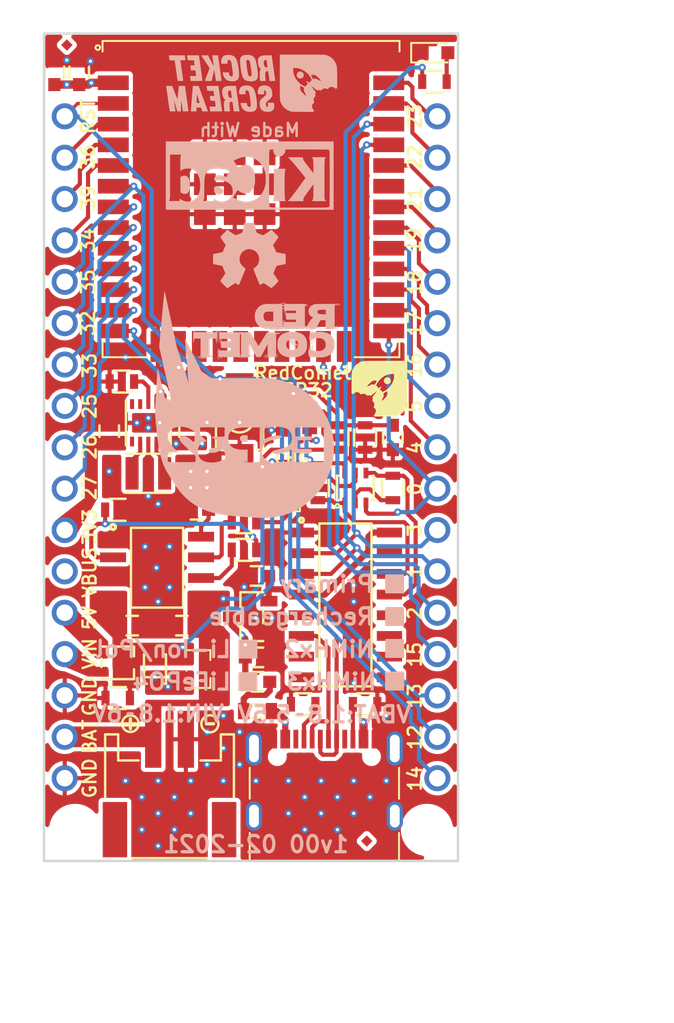
<source format=kicad_pcb>
(kicad_pcb (version 20221018) (generator pcbnew)
  (title_block (title "Red Comet ESP32") (date "2021-02-11") (rev "1.00") (company "Rocket Scream Electronics"))
  (layers (0 "F.Cu" signal) (1 "In1.Cu" power "GND") (2 "In2.Cu" power "POWER") (31 "B.Cu" signal) (34 "B.Paste" user) (35 "F.Paste" user) (36 "B.SilkS" user "B.Silkscreen") (37 "F.SilkS" user "F.Silkscreen") (38 "B.Mask" user) (39 "F.Mask" user) (44 "Edge.Cuts" user))
  (net 0 "")
  (net 1 "Net-(J1-Pad3)")
  (net 2 "Net-(J1-Pad4)")
  (net 3 "GND")
  (net 4 "3V3")
  (net 5 "VBUS")
  (net 6 "VBAT")
  (net 7 "VUSB")
  (net 8 "VIN")
  (net 9 "VEXT")
  (net 10 "/RST")
  (net 11 "Net-(F1-Pad1)")
  (net 12 "Net-(J2-PadB5)")
  (net 13 "Net-(J2-PadB8)")
  (net 14 "Net-(J2-PadA5)")
  (net 15 "Net-(J2-PadA8)")
  (net 16 "/IO1")
  (net 17 "/IO3")
  (net 18 "/IO5")
  (net 19 "/IO4")
  (net 20 "/IO0")
  (net 21 "/IO2")
  (net 22 "/IO12")
  (net 23 "/IO23")
  (net 24 "/IO22")
  (net 25 "/IO21")
  (net 26 "/IO19")
  (net 27 "/IO18")
  (net 28 "/IO17")
  (net 29 "/IO16")
  (net 30 "/IO15")
  (net 31 "/IO13")
  (net 32 "/IO14")
  (net 33 "/IO27")
  (net 34 "/IO26")
  (net 35 "/IO25")
  (net 36 "/IO33")
  (net 37 "/IO32")
  (net 38 "/IO35")
  (net 39 "/IO34")
  (net 40 "/IO39")
  (net 41 "/IO36")
  (net 42 "Net-(R2-Pad2)")
  (net 43 "/LX1")
  (net 44 "/LX2")
  (net 45 "Net-(U4-Pad15)")
  (net 46 "Net-(U4-Pad12)")
  (net 47 "Net-(U4-Pad11)")
  (net 48 "Net-(U4-Pad10)")
  (net 49 "Net-(U4-Pad9)")
  (net 50 "Net-(U4-Pad8)")
  (net 51 "Net-(U4-Pad7)")
  (net 52 "Net-(D2-Pad1)")
  (net 53 "Net-(D4-Pad2)")
  (net 54 "Net-(Q2-Pad5)")
  (net 55 "Net-(Q2-Pad2)")
  (net 56 "Net-(R6-Pad1)")
  (net 57 "Net-(U2-Pad32)")
  (net 58 "Net-(U2-Pad22)")
  (net 59 "Net-(U2-Pad21)")
  (net 60 "Net-(U2-Pad20)")
  (net 61 "Net-(U2-Pad19)")
  (net 62 "Net-(U2-Pad18)")
  (net 63 "Net-(U2-Pad17)")
  (net 64 "Net-(C9-Pad2)")
  (net 65 "Net-(R11-Pad2)")
  (net 66 "Net-(R11-Pad1)")
  (net 67 "3V3OUT")
  (net 68 "Net-(F1-Pad2)")
  (net 69 "/USB-")
  (net 70 "/USB+")
  (net 71 "/~{DTR}")
  (net 72 "/~{RTS}")
  (net 73 "Net-(M3-Pad~{})")
  (net 74 "Net-(M4-Pad~{})")
  (footprint "RocketScreamKiCadLib:SOT-1016" (layer "F.Cu") (at 104.521 87.757 -90)
    (fp_text reference "D1" hide)
    (fp_text value "PMEG3020CPA")
  )
  (footprint "RocketScreamKiCadLib:R_0603" (layer "F.Cu") (at 118 73.92 90)
    (fp_text reference "R7" hide)
    (fp_text value "1M")
  )
  (footprint "RocketScreamKiCadLib:R_0603" (layer "F.Cu") (at 116.3 72.72 90)
    (fp_text reference "R1" hide)
    (fp_text value "10K")
  )
  (footprint "RocketScreamKiCadLib:C_0603" (layer "F.Cu") (at 121.4 73.92 90)
    (fp_text reference "C7" hide)
    (fp_text value "100nF")
  )
  (footprint "RocketScreamKiCadLib:C_0603" (layer "F.Cu") (at 100.635 51.5 90)
    (fp_text reference "C3" hide)
    (fp_text value "22uF 10V X5R")
  )
  (footprint "RocketScreamKiCadLib:C_0603" (layer "F.Cu") (at 102.159 51.5 90)
    (fp_text reference "C4" hide)
    (fp_text value "100nF")
  )
  (footprint "RocketScreamKiCadLib:R_0603" (layer "F.Cu") (at 119.7 73.92 90)
    (fp_text reference "R8" hide)
    (fp_text value "1M")
  )
  (footprint "RocketScreamKiCadLib:C_0603" (layer "F.Cu") (at 108.9 73.533 90)
    (fp_text reference "C5" hide)
    (fp_text value "10uF 16V X5R")
  )
  (footprint "RocketScreamKiCadLib:DFE2520" (layer "F.Cu") (at 106.4 76.12)
    (fp_text reference "L1" hide)
    (fp_text value "DFE252012P-2R2M=P2")
  )
  (footprint "RocketScreamKiCadLib:SOT-323" (layer "F.Cu") (at 109.474 88.138 180)
    (fp_text reference "Q1" hide)
    (fp_text value "DMP2165UW-7")
  )
  (footprint "RocketScreamKiCadLib:C_0603" (layer "F.Cu") (at 104 73.533 90)
    (fp_text reference "C6" hide)
    (fp_text value "22uF 10V X5R")
  )
  (footprint "RocketScreamKiCadLib:ESP32-WROOM-32UE_ShorterPads" (layer "F.Cu") (at 112.7 59.28)
    (fp_text reference "U2" hide)
    (fp_text value "ESP32-WROOM-32UE")
  )
  (footprint "RocketScreamKiCadLib:USB-TYPE-C-16PIN-SMD" (layer "F.Cu") (at 117.2 95.9)
    (fp_text reference "J2" hide)
    (fp_text value "USB-C_16Pins")
  )
  (footprint "RocketScreamKiCadLib:LED_0603" (layer "F.Cu") (at 123.952 50.292)
    (fp_text reference "D4" hide)
    (fp_text value "Yellow")
  )
  (footprint "RocketScreamKiCadLib:C_0603" (layer "F.Cu") (at 113.1 87.42)
    (fp_text reference "C8" hide)
    (fp_text value "10uF 16V X5R")
  )
  (footprint "RocketScreamKiCadLib:MF-FSMF" (layer "F.Cu") (at 113.1 90.72 180)
    (fp_text reference "F1" hide)
    (fp_text value "MF-FSMF050X")
  )
  (footprint "RocketScreamKiCadLib:HOLE_NPTH_2.2MM" (layer "F.Cu") (at 123.495 98.015)
    (fp_text reference "M2" hide)
    (fp_text value "MOUNT_HOLE")
  )
  (footprint "RocketScreamKiCadLib:HOLE_NPTH_2.2MM" (layer "F.Cu") (at 101.905 98.015)
    (fp_text reference "M1" hide)
    (fp_text value "MOUNT_HOLE")
  )
  (footprint "RocketScreamKiCadLib:S2B-PH-SM4-TB" (layer "F.Cu") (at 107.7 95.2)
    (fp_text reference "J1" hide)
    (fp_text value "S2B-PH-SM4-TB")
  )
  (footprint "RocketScreamKiCadLib:R_0603" (layer "F.Cu") (at 104.521 89.916 180)
    (fp_text reference "R3" hide)
    (fp_text value "10K")
  )
  (footprint "RocketScreamKiCadLib:C_0603" (layer "F.Cu") (at 108.458 85.471 180)
    (fp_text reference "C2" hide)
    (fp_text value "10uF 16V X5R")
  )
  (footprint "RocketScreamKiCadLib:R_0603" (layer "F.Cu") (at 115.9 90.3 180)
    (fp_text reference "R4" hide)
    (fp_text value "5K1")
  )
  (footprint "RocketScreamKiCadLib:R_0603" (layer "F.Cu") (at 119.7 90.3)
    (fp_text reference "R5" hide)
    (fp_text value "5K1")
  )
  (footprint "RocketScreamKiCadLib:WSON-10" (layer "F.Cu") (at 106.4 73.02 -90)
    (fp_text reference "U3" hide)
    (fp_text value "TPS63900DSKR")
  )
  (footprint "RocketScreamKiCadLib:SOP-16_150mil" (layer "F.Cu") (at 118.491 84.2)
    (fp_text reference "U4" hide)
    (fp_text value "CH340C")
  )
  (footprint "RocketScreamKiCadLib:R_0603" (layer "F.Cu") (at 104.775 70.485 180)
    (fp_text reference "R6" hide)
    (fp_text value "36K5")
  )
  (footprint "RocketScreamKiCadLib:SOT-363_ON_Semi" (layer "F.Cu") (at 119.1 77.02 90)
    (fp_text reference "Q2" hide)
    (fp_text value "MBT3904DW1T1")
  )
  (footprint "RocketScreamKiCadLib:TS-107A" (layer "F.Cu") (at 112 72.72 90)
    (fp_text reference "SW1" hide)
    (fp_text value "SPNO")
  )
  (footprint "RocketScreamKiCadLib:C_0603" (layer "F.Cu") (at 105.41 85.471 180)
    (fp_text reference "C1" hide)
    (fp_text value "10uF 16V X5R")
  )
  (footprint "RocketScreamKiCadLib:SOD-323" (layer "F.Cu") (at 106.807 88.138 90)
    (fp_text reference "D3" hide)
    (fp_text value "B16WS")
  )
  (footprint "RocketScreamKiCadLib:R_0603" (layer "F.Cu") (at 112.268 80.82)
    (fp_text reference "R11" hide)
    (fp_text value "100K")
  )
  (footprint "RocketScreamKiCadLib:R_0603" (layer "F.Cu") (at 104.5 78.359)
    (fp_text reference "R13" hide)
    (fp_text value "10K")
  )
  (footprint "RocketScreamKiCadLib:R_0603" (layer "F.Cu") (at 111.7 77.02 -90)
    (fp_text reference "R12" hide)
    (fp_text value "510K")
  )
  (footprint "RocketScreamKiCadLib:R_0603" (layer "F.Cu") (at 113.4 77.02 -90)
    (fp_text reference "R10" hide)
    (fp_text value "365K")
  )
  (footprint "RocketScreamKiCadLib:C_0603" (layer "F.Cu") (at 109.347 78.359)
    (fp_text reference "C9" hide)
    (fp_text value "100nF")
  )
  (footprint "RocketScreamKiCadLib:R_0603" (layer "F.Cu") (at 112.268 79.12 180)
    (fp_text reference "R2" hide)
    (fp_text value "5K1")
  )
  (footprint "RocketScreamKiCadLib:LED_0603" (layer "F.Cu") (at 115.1 77.02 90)
    (fp_text reference "D2" hide)
    (fp_text value "Red")
  )
  (footprint "RocketScreamKiCadLib:R_0603" (layer "F.Cu") (at 123.952 52.07 180)
    (fp_text reference "R9" hide)
    (fp_text value "5K1")
  )
  (footprint "RocketScreamKiCadLib:SOT-23" (layer "F.Cu") (at 112.649 84.92 90)
    (fp_text reference "U5" hide)
    (fp_text value "ME6216A33XG")
  )
  (footprint "RocketScreamKiCadLib:SOIC-8-N_8S1_ThermalPad" (layer "F.Cu") (at 106.934 81.915)
    (fp_text reference "U1" hide)
    (fp_text value "CN3082")
  )
  (footprint "RocketScreamKiCadLib:C_0603" (layer "F.Cu") (at 113.03 82.42 180)
    (fp_text reference "C10" hide)
    (fp_text value "10uF 16V X5R")
  )
  (footprint "RocketScreamKiCadLib:R_0603" (layer "F.Cu") (at 121.4 77.02 -90)
    (fp_text reference "R14" hide)
    (fp_text value "10K")
  )
  (footprint "RocketScreamKiCadLib:R_0603" (layer "F.Cu") (at 116.8 77.02 90)
    (fp_text reference "R15" hide)
    (fp_text value "10K")
  )
  (footprint "RocketScreamKiCadLib:C_0603" (layer "F.Cu") (at 114.6 72.72 -90)
    (fp_text reference "C11" hide)
    (fp_text value "10uF 16V X5R")
  )
  (footprint "RocketScreamKiCadLib:I_0603" (layer "F.Cu") (at 113.1 88.92 180)
    (fp_text reference "L2" hide)
    (fp_text value "BLM18KG221SN1D")
  )
  (footprint "RocketScreamKiCadLib:FIDUCIAL-0.5MM_SQUARE" (layer "F.Cu") (at 101.4 49.82)
    (fp_text reference "M3" hide)
    (fp_text value "FIDUCIAL")
  )
  (footprint "RocketScreamKiCadLib:FIDUCIAL-0.5MM_SQUARE" (layer "F.Cu") (at 119.8 98.7)
    (fp_text reference "M4" hide)
    (fp_text value "FIDUCIAL")
  )
  (footprint "RocketScreamKiCadLib:LOGO-ROCKET-SCREAM_Without_Text_XXXXSmall" (layer "F.Cu") (at 120.574 70.92)
    (fp_text reference "LOGO4" hide)
    (fp_text value "LOGO-ROCKET-SCREAM-WITHOUT-TEXT" hide)
  )
  (footprint "RocketScreamKiCadLib:LOGO-KICAD_XSmall" (layer "B.Cu") (at 112.62 57.838 180)
    (fp_text reference "LOGO2" hide)
    (fp_text value "LOGO-KICAD" hide)
  )
  (footprint "RocketScreamKiCadLib:LOGO-ROCKET-SCREAM_Horizontal_XXSmall" (layer "B.Cu") (at 112.7 52.168 180)
    (fp_text reference "LOGO3" hide)
    (fp_text value "LOGO-ROCKET-SCREAM-HORIZONTAL" hide)
  )
  (footprint "RocketScreamKiCadLib:LOGO-OSHW_XXSmall" (layer "B.Cu") (at 112.6 62.722 180)
    (fp_text reference "LOGO1" hide)
    (fp_text value "LOGO-OSHW" hide)
  )
  (footprint "RocketScreamKiCadLib:HDR_1x17_Pitch2.54mm_WithoutSilk_SmallerPads" (layer "B.Cu") (at 101.27 74.52 -90)
    (fp_text reference "J4" hide)
    (fp_text value "CONN-HDR-1x17")
  )
  (footprint "RocketScreamKiCadLib:HDR_1x17_Pitch2.54mm_WithoutSilk_SmallerPads" (layer "B.Cu") (at 124.13 74.52 -90)
    (fp_text reference "J3" hide)
    (fp_text value "CONN-HDR-1x17")
  )
  (footprint "RocketScreamKiCadLib:LOGO-RED-COMET-ESP32_Large" (layer "B.Cu") (at 112.5 71.92 180)
    (fp_text reference "LOGO5" hide)
    (fp_text value "LOGO-RED-COMET-ESP32" hide)
  )
  (gr_poly (pts (xy 121 84.404) (xy 122.016 84.404) (xy 122.016 85.42) (xy 121 85.42)) (stroke (width 0.15)) (fill solid) (layer "B.SilkS"))
  (gr_line (start 105.156 90.883) (end 105.41 90.883) (stroke (width 0.2)) (layer "B.SilkS"))
  (gr_poly (pts (xy 112 86.404) (xy 113.016 86.404) (xy 113.016 87.42) (xy 112 87.42)) (stroke (width 0.15)) (fill solid) (layer "B.SilkS"))
  (gr_poly (pts (xy 112 88.404) (xy 113.016 88.404) (xy 113.016 89.42) (xy 112 89.42)) (stroke (width 0.15)) (fill solid) (layer "B.SilkS"))
  (gr_poly (pts (xy 121 86.366) (xy 122.016 86.366) (xy 122.016 87.382) (xy 121 87.382)) (stroke (width 0.15)) (fill solid) (layer "B.SilkS"))
  (gr_poly (pts (xy 121 88.366) (xy 122.016 88.366) (xy 122.016 89.382) (xy 121 89.382)) (stroke (width 0.15)) (fill solid) (layer "B.SilkS"))
  (gr_poly (pts (xy 121 82.404) (xy 122.016 82.404) (xy 122.016 83.42) (xy 121 83.42)) (stroke (width 0.15)) (fill solid) (layer "B.SilkS"))
  (gr_line (start 115.57 90.932) (end 115.824 90.932) (stroke (width 0.2)) (layer "B.SilkS"))
  (gr_line (start 105.3 91.192) (end 105.3 91.8) (stroke (width 0.2)) (layer "F.SilkS"))
  (gr_line (start 105.6 91.5) (end 104.992 91.5) (stroke (width 0.2)) (layer "F.SilkS"))
  (gr_line (start 109.9555 91.5) (end 110.4 91.5) (stroke (width 0.2)) (layer "F.SilkS"))
  (gr_circle (center 105.3 91.492) (end 105.3 92) (stroke (width 0.15)) (fill none) (layer "F.SilkS"))
  (gr_circle (center 110.176366 91.5) (end 110.049366 92.008) (stroke (width 0.15)) (fill none) (layer "F.SilkS"))
  (gr_line (start 125.4 99.92) (end 100 99.92) (stroke (width 0.15)) (layer "Edge.Cuts"))
  (gr_line (start 100 49.12) (end 125.4 49.12) (stroke (width 0.15)) (layer "Edge.Cuts"))
  (gr_line (start 125.4 49.12) (end 125.4 99.92) (stroke (width 0.15)) (layer "Edge.Cuts"))
  (gr_line (start 100 99.92) (end 100 49.12) (stroke (width 0.15)) (layer "Edge.Cuts"))
  (gr_text "Made With" (at 112.62 55.044) (layer "B.SilkS") (effects (font (size 0.8 0.8)) (justify mirror)))
  (gr_text "VIN:1.8" (at 108.396 90.883) (layer "B.SilkS") (effects (font (size 1 1) (thickness 0.2)) (justify mirror)))
  (gr_text "1v00 02-2021" (at 113 98.904) (layer "B.SilkS") (effects (font (size 1 1) (thickness 0.2)) (justify mirror)))
  (gr_text "Rechargeable" (at 120.342 84.92) (layer "B.SilkS") (effects (font (size 1 1) (thickness 0.2)) (justify left mirror)))
  (gr_text "Primary" (at 120.342 82.92) (layer "B.SilkS") (effects (font (size 1 1) (thickness 0.2)) (justify left mirror)))
  (gr_text "Li-Ion/Pol" (at 111.579 86.92) (layer "B.SilkS") (effects (font (size 1 1) (thickness 0.2)) (justify left mirror)))
  (gr_text "VBAT:1.8" (at 119.326 90.932) (layer "B.SilkS") (effects (font (size 1 1) (thickness 0.2)) (justify mirror)))
  (gr_text "5.5V" (at 113.538 90.932) (layer "B.SilkS") (effects (font (size 1 1) (thickness 0.2)) (justify mirror)))
  (gr_text "6V" (at 103.886 90.883) (layer "B.SilkS") (effects (font (size 1 1) (thickness 0.2)) (justify mirror)))
  (gr_text "NiMHx3" (at 120.5 88.92) (layer "B.SilkS") (effects (font (size 1 1) (thickness 0.2)) (justify left mirror)))
  (gr_text "LiFePO4" (at 111.579 88.92) (layer "B.SilkS") (effects (font (size 1 1) (thickness 0.2)) (justify left mirror)))
  (gr_text "NiMHx2" (at 120.342 86.92) (layer "B.SilkS") (effects (font (size 1 1) (thickness 0.2)) (justify left mirror)))
  (gr_text "RST" (at 102.7 54.2 90) (layer "F.SilkS") (effects (font (size 0.8 0.8))))
  (gr_text "34" (at 102.7 61.82 90) (layer "F.SilkS") (effects (font (size 0.8 0.8))))
  (gr_text "35" (at 102.7 64.36 90) (layer "F.SilkS") (effects (font (size 0.8 0.8))))
  (gr_text "32" (at 102.7 66.9 90) (layer "F.SilkS") (effects (font (size 0.8 0.8))))
  (gr_text "25" (at 102.8 72 90) (layer "F.SilkS") (effects (font (size 0.8 0.8))))
  (gr_text "33" (at 102.8 69.5 90) (layer "F.SilkS") (effects (font (size 0.8 0.8))))
  (gr_text "26" (at 102.8 74.5 90) (layer "F.SilkS") (effects (font (size 0.8 0.8))))
  (gr_text "27" (at 102.8 77 90) (layer "F.SilkS") (effects (font (size 0.8 0.8))))
  (gr_text "GND" (at 102.8 89.8 90) (layer "F.SilkS") (effects (font (size 0.8 0.8))))
  (gr_text "VIN" (at 102.8 87.2 90) (layer "F.SilkS") (effects (font (size 0.8 0.8))))
  (gr_text "VBUS" (at 102.8 82.2 90) (layer "F.SilkS") (effects (font (size 0.8 0.8))))
  (gr_text "3V3" (at 102.8 79.4 90) (layer "F.SilkS") (effects (font (size 0.8 0.8))))
  (gr_text "5V" (at 102.8 85 90) (layer "F.SilkS") (effects (font (size 0.8 0.8))))
  (gr_text "19" (at 122.7 61.8 90) (layer "F.SilkS") (effects (font (size 0.8 0.8))))
  (gr_text "22" (at 122.75 56.7 90) (layer "F.SilkS") (effects (font (size 0.8 0.8))))
  (gr_text "23" (at 122.75 54.2 90) (layer "F.SilkS") (effects (font (size 0.8 0.8))))
  (gr_text "36" (at 102.7 56.7 90) (layer "F.SilkS") (effects (font (size 0.8 0.8))))
  (gr_text "39" (at 102.7 59.2 90) (layer "F.SilkS") (effects (font (size 0.8 0.8))))
  (gr_text "BAT" (at 102.8 92.3 90) (layer "F.SilkS") (effects (font (size 0.8 0.8))))
  (gr_text "GND" (at 102.8 94.84 90) (layer "F.SilkS") (effects (font (size 0.8 0.8))))
  (gr_text "18" (at 122.75 64.4 90) (layer "F.SilkS") (effects (font (size 0.8 0.8))))
  (gr_text "21" (at 122.75 59.3 90) (layer "F.SilkS") (effects (font (size 0.8 0.8))))
  (gr_text "17" (at 122.75 66.929 90) (layer "F.SilkS") (effects (font (size 0.8 0.8))))
  (gr_text "16" (at 122.75 69.469 90) (layer "F.SilkS") (effects (font (size 0.8 0.8))))
  (gr_text "5" (at 122.75 72.009 90) (layer "F.SilkS") (effects (font (size 0.8 0.8))))
  (gr_text "4" (at 122.75 74.549 90) (layer "F.SilkS") (effects (font (size 0.8 0.8))))
  (gr_text "0" (at 122.75 77.089 90) (layer "F.SilkS") (effects (font (size 0.8 0.8))))
  (gr_text "3" (at 122.75 79.629 90) (layer "F.SilkS") (effects (font (size 0.8 0.8))))
  (gr_text "1" (at 122.75 82.169 90) (layer "F.SilkS") (effects (font (size 0.8 0.8))))
  (gr_text "2" (at 122.75 84.709 90) (layer "F.SilkS") (effects (font (size 0.8 0.8))))
  (gr_text "15" (at 122.75 87.249 90) (layer "F.SilkS") (effects (font (size 0.8 0.8))))
  (gr_text "13" (at 122.75 89.789 90) (layer "F.SilkS") (effects (font (size 0.8 0.8))))
  (gr_text "CHG" (at 115.2 75.2) (layer "F.SilkS") (effects (font (size 0.7 0.7))))
  (gr_text "RedComet" (at 115.875 69.948) (layer "F.SilkS") (effects (font (size 0.8 0.8))))
  (gr_text "12" (at 122.75 92.329 90) (layer "F.SilkS") (effects (font (size 0.8 0.8))))
  (gr_text "14\n" (at 122.75 94.869 90) (layer "F.SilkS") (effects (font (size 0.8 0.8))))
  (gr_text "ESP32" (at 115.8 71.02) (layer "F.SilkS") (effects (font (size 0.8 0.8))))
  (gr_text "RST" (at 109.9 71.5 90) (layer "F.SilkS") (effects (font (size 0.8 0.8))))
  (segment (start 101.4 50.75) (end 102.159 50.75) (width 0.508) (layer "F.Cu") (net 3))
  (segment (start 113.85 92.44) (end 114.15 92.44) (width 0.254) (layer "F.Cu") (net 3))
  (segment (start 102.87 50.87) (end 104.25 50.87) (width 0.508) (layer "F.Cu") (net 3))
  (segment (start 112.28 82.55) (end 112.28 83.1) (width 0.254) (layer "F.Cu") (net 3))
  (segment (start 106.4 74.17) (end 106.4 77.52) (width 0.254) (layer "F.Cu") (net 3))
  (segment (start 114.6 73.47) (end 113.95 73.47) (width 0.254) (layer "F.Cu") (net 3))
  (segment (start 120.25 92.44) (end 120.55 92.44) (width 0.254) (layer "F.Cu") (net 3))
  (segment (start 102.159 50.75) (end 102.75 50.75) (width 0.508) (layer "F.Cu") (net 3))
  (segment (start 100.635 50.75) (end 101.4 50.75) (width 0.508) (layer "F.Cu") (net 3))
  (segment (start 102.75 50.75) (end 102.87 50.87) (width 0.508) (layer "F.Cu") (net 3))
  (via (at 102.85 50.82) (size 0.45) (drill 0.2) (layers "F.Cu" "B.Cu") (net 3))
  (via (at 106.4 72.72) (size 0.45) (drill 0.2) (layers "F.Cu" "B.Cu") (net 3))
  (via (at 106.4 73.32) (size 0.45) (drill 0.2) (layers "F.Cu" "B.Cu") (net 3))
  (via (at 107.1 73.02) (size 0.45) (drill 0.2) (layers "F.Cu" "B.Cu") (net 3))
  (via (at 106.4 77.52) (size 0.45) (drill 0.2) (layers "F.Cu" "B.Cu") (net 3))
  (via (at 105 69) (size 0.45) (drill 0.2) (layers "F.Cu" "B.Cu") (net 3))
  (via (at 109 76) (size 0.45) (drill 0.2) (layers "F.Cu" "B.Cu") (net 3))
  (via (at 104 76) (size 0.45) (drill 0.2) (layers "F.Cu" "B.Cu") (net 3))
  (via (at 110 73) (size 0.45) (drill 0.2) (layers "F.Cu" "B.Cu") (net 3))
  (via (at 112 73) (size 0.45) (drill 0.2) (layers "F.Cu" "B.Cu") (net 3))
  (via (at 110 77) (size 0.45) (drill 0.2) (layers "F.Cu" "B.Cu") (net 3))
  (via (at 107 78) (size 0.45) (drill 0.2) (layers "F.Cu" "B.Cu") (net 3))
  (via (at 109 77) (size 0.45) (drill 0.2) (layers "F.Cu" "B.Cu") (net 3))
  (via (at 110 76) (size 0.45) (drill 0.2) (layers "F.Cu" "B.Cu") (net 3))
  (via (at 107 84) (size 0.45) (drill 0.2) (layers "F.Cu" "B.Cu") (net 3))
  (via (at 105 95) (size 0.45) (drill 0.2) (layers "F.Cu" "B.Cu") (net 3))
  (via (at 106 96) (size 0.45) (drill 0.2) (layers "F.Cu" "B.Cu") (net 3))
  (via (at 107 95) (size 0.45) (drill 0.2) (layers "F.Cu" "B.Cu") (net 3))
  (via (at 109 95) (size 0.45) (drill 0.2) (layers "F.Cu" "B.Cu") (net 3))
  (via (at 108 96) (size 0.45) (drill 0.2) (layers "F.Cu" "B.Cu") (net 3))
  (via (at 111 95) (size 0.45) (drill 0.2) (layers "F.Cu" "B.Cu") (net 3))
  (via (at 110 94) (size 0.45) (drill 0.2) (layers "F.Cu" "B.Cu") (net 3))
  (via (at 111 93) (size 0.45) (drill 0.2) (layers "F.Cu" "B.Cu") (net 3))
  (via (at 112 94) (size 0.45) (drill 0.2) (layers "F.Cu" "B.Cu") (net 3))
  (via (at 111 91) (size 0.45) (drill 0.2) (layers "F.Cu" "B.Cu") (net 3))
  (via (at 110 92) (size 0.45) (drill 0.2) (layers "F.Cu" "B.Cu") (net 3))
  (via (at 113 95) (size 0.45) (drill 0.2) (layers "F.Cu" "B.Cu") (net 3))
  (via (at 115 95) (size 0.45) (drill 0.2) (layers "F.Cu" "B.Cu") (net 3))
  (via (at 117 95) (size 0.45) (drill 0.2) (layers "F.Cu" "B.Cu") (net 3))
  (via (at 119 95) (size 0.45) (drill 0.2) (layers "F.Cu" "B.Cu") (net 3))
  (via (at 116 96) (size 0.45) (drill 0.2) (layers "F.Cu" "B.Cu") (net 3))
  (via (at 115 97) (size 0.45) (drill 0.2) (layers "F.Cu" "B.Cu") (net 3))
  (via (at 117 97) (size 0.45) (drill 0.2) (layers "F.Cu" "B.Cu") (net 3))
  (via (at 118 96) (size 0.45) (drill 0.2) (layers "F.Cu" "B.Cu") (net 3))
  (via (at 119 97) (size 0.45) (drill 0.2) (layers "F.Cu" "B.Cu") (net 3))
  (via (at 120 96) (size 0.45) (drill 0.2) (layers "F.Cu" "B.Cu") (net 3))
  (via (at 121 95) (size 0.45) (drill 0.2) (layers "F.Cu" "B.Cu") (net 3))
  (via (at 116 98) (size 0.45) (drill 0.2) (layers "F.Cu" "B.Cu") (net 3))
  (via (at 118 98) (size 0.45) (drill 0.2) (layers "F.Cu" "B.Cu") (net 3))
  (via (at 107 97) (size 0.45) (drill 0.2) (layers "F.Cu" "B.Cu") (net 3))
  (via (at 109 97) (size 0.45) (drill 0.2) (layers "F.Cu" "B.Cu") (net 3))
  (via (at 108 98) (size 0.45) (drill 0.2) (layers "F.Cu" "B.Cu") (net 3))
  (via (at 106 98) (size 0.45) (drill 0.2) (layers "F.Cu" "B.Cu") (net 3))
  (via (at 107 99) (size 0.45) (drill 0.2) (layers "F.Cu" "B.Cu") (net 3))
  (via (at 119 83) (size 0.45) (drill 0.2) (layers "F.Cu" "B.Cu") (net 3))
  (via (at 119 84) (size 0.45) (drill 0.2) (layers "F.Cu" "B.Cu") (net 3))
  (via (at 119 89) (size 0.45) (drill 0.2) (layers "F.Cu" "B.Cu") (net 3))
  (via (at 121 91) (size 0.45) (drill 0.2) (layers "F.Cu" "B.Cu") (net 3))
  (via (at 114 85) (size 0.45) (drill 0.2) (layers "F.Cu" "B.Cu") (net 3))
  (via (at 113 85) (size 0.45) (drill 0.2) (layers "F.Cu" "B.Cu") (net 3))
  (via (at 112 92) (size 0.45) (drill 0.2) (layers "F.Cu" "B.Cu") (net 3))
  (via (at 106.2 80.62) (size 0.45) (drill 0.2) (layers "F.Cu" "B.Cu") (net 3))
  (via (at 107.7 83.12) (size 0.45) (drill 0.2) (layers "F.Cu" "B.Cu") (net 3))
  (via (at 106.2 83.12) (size 0.45) (drill 0.2) (layers "F.Cu" "B.Cu") (net 3))
  (via (at 101.4 50.75) (size 0.45) (drill 0.2) (layers "F.Cu" "B.Cu") (net 3))
  (via (at 112.28 83.1) (size 0.45) (drill 0.2) (layers "F.Cu" "B.Cu") (net 3))
  (via (at 105.7 73.02) (size 0.45) (drill 0.2) (layers "F.Cu" "B.Cu") (net 3))
  (via (at 107.7 80.62) (size 0.45) (drill 0.2) (layers "F.Cu" "B.Cu") (net 3))
  (via (at 113.95 73.47) (size 0.45) (drill 0.2) (layers "F.Cu" "B.Cu") (net 3))
  (via (at 106.9 81.92) (size 0.45) (drill 0.2) (layers "F.Cu" "B.Cu") (net 3))
  (segment (start 101.35 52.25) (end 102.159 52.25) (width 0.508) (layer "F.Cu") (net 4))
  (segment (start 102.75 52.25) (end 102.86 52.14) (width 0.508) (layer "F.Cu") (net 4))
  (segment (start 102.159 52.25) (end 102.75 52.25) (width 0.508) (layer "F.Cu") (net 4))
  (segment (start 116.3 73.47) (end 116.3 74) (width 0.254) (layer "F.Cu") (net 4))
  (segment (start 100.635 52.25) (end 101.35 52.25) (width 0.508) (layer "F.Cu") (net 4))
  (segment (start 102.86 52.14) (end 104.25 52.14) (width 0.508) (layer "F.Cu") (net 4))
  (segment (start 116.4 74.1) (end 116.7 74.1) (width 0.254) (layer "F.Cu") (net 4))
  (segment (start 116.3 74) (end 116.4 74.1) (width 0.254) (layer "F.Cu") (net 4))
  (via (at 102.9 52.15) (size 0.45) (drill 0.2) (layers "F.Cu" "B.Cu") (net 4))
  (via (at 116.7 74.1) (size 0.45) (drill 0.2) (layers "F.Cu" "B.Cu") (net 4))
  (via (at 101.4 52.25) (size 0.45) (drill 0.2) (layers "F.Cu" "B.Cu") (net 4))
  (segment (start 107.4 71.87) (end 107.4 71.35) (width 0.254) (layer "F.Cu") (net 5))
  (segment (start 107.4 71.35) (end 107.15 71.1) (width 0.254) (layer "F.Cu") (net 5))
  (segment (start 106.9 71.35) (end 107.15 71.1) (width 0.254) (layer "F.Cu") (net 5))
  (segment (start 106.9 71.87) (end 106.9 71.35) (width 0.254) (layer "F.Cu") (net 5))
  (via (at 107.15 71.1) (size 0.45) (drill 0.2) (layers "F.Cu" "B.Cu") (net 5))
  (via (at 107.6 88.62) (size 0.45) (drill 0.2) (layers "F.Cu" "B.Cu") (net 5))
  (via (at 108.1 74.3) (size 0.45) (drill 0.2) (layers "F.Cu" "B.Cu") (net 5))
  (via (at 107.6 89.22) (size 0.45) (drill 0.2) (layers "F.Cu" "B.Cu") (net 5))
  (via (at 106.8 88.62) (size 0.45) (drill 0.2) (layers "F.Cu" "B.Cu") (net 5))
  (via (at 109.7 74.3) (size 0.45) (drill 0.2) (layers "F.Cu" "B.Cu") (net 5))
  (segment (start 109.9 90.22) (end 106.7 90.22) (width 0.381) (layer "F.Cu") (net 6))
  (segment (start 113.4 75.72) (end 113.4 76.27) (width 0.254) (layer "F.Cu") (net 6))
  (segment (start 110.424 86.144) (end 109.751 85.471) (width 0.381) (layer "F.Cu") (net 6))
  (segment (start 110.424 89.696) (end 109.9 90.22) (width 0.381) (layer "F.Cu") (net 6))
  (segment (start 101.27 92.3) (end 106.55 92.3) (width 1.27) (layer "F.Cu") (net 6))
  (segment (start 109.751 85.471) (end 109.208 85.471) (width 0.381) (layer "F.Cu") (net 6))
  (segment (start 118 74.67) (end 113.95 74.67) (width 0.254) (layer "F.Cu") (net 6))
  (segment (start 110.424 88.138) (end 110.424 89.696) (width 0.381) (layer "F.Cu") (net 6))
  (segment (start 109.634 83.82) (end 111 83.82) (width 0.254) (layer "F.Cu") (net 6))
  (segment (start 110.424 88.138) (end 110.424 86.144) (width 0.381) (layer "F.Cu") (net 6))
  (segment (start 106.7 90.22) (end 106.7 92.45) (width 0.381) (layer "F.Cu") (net 6))
  (segment (start 113.95 74.67) (end 113.4 75.22) (width 0.254) (layer "F.Cu") (net 6))
  (segment (start 113.4 75.22) (end 113.4 75.72) (width 0.254) (layer "F.Cu") (net 6))
  (via (at 111 83.82) (size 0.45) (drill 0.2) (layers "F.Cu" "B.Cu") (net 6))
  (via (at 113.4 75.72) (size 0.45) (drill 0.2) (layers "F.Cu" "B.Cu") (net 6))
  (segment (start 113.4 82.82) (end 113.4 75.72) (width 0.254) (layer "B.Cu") (net 6))
  (segment (start 112.4 83.82) (end 113.4 82.82) (width 0.254) (layer "B.Cu") (net 6))
  (segment (start 111 83.82) (end 112.4 83.82) (width 0.254) (layer "B.Cu") (net 6))
  (segment (start 112.14 86.06) (end 112.35 86.27) (width 0.381) (layer "F.Cu") (net 7))
  (segment (start 112.35 86.65) (end 112.35 87.42) (width 0.381) (layer "F.Cu") (net 7))
  (segment (start 111.499 85.419) (end 112.14 86.06) (width 0.381) (layer "F.Cu") (net 7))
  (segment (start 112.35 87.42) (end 112.35 88.92) (width 0.381) (layer "F.Cu") (net 7))
  (segment (start 112.35 86.27) (end 112.35 86.65) (width 0.381) (layer "F.Cu") (net 7))
  (segment (start 111.499 85.09) (end 111.499 85.419) (width 0.381) (layer "F.Cu") (net 7))
  (via (at 112.35 86.65) (size 0.45) (drill 0.2) (layers "F.Cu" "B.Cu") (net 7))
  (via (at 112.14 86.06) (size 0.45) (drill 0.2) (layers "F.Cu" "B.Cu") (net 7))
  (segment (start 103.107 88.407) (end 101.92 87.22) (width 0.381) (layer "F.Cu") (net 8))
  (segment (start 101.92 87.22) (end 101.27 87.22) (width 0.381) (layer "F.Cu") (net 8))
  (segment (start 103.721 88.407) (end 103.107 88.407) (width 0.381) (layer "F.Cu") (net 8))
  (segment (start 114.9 75.42) (end 114 75.42) (width 0.254) (layer "F.Cu") (net 9))
  (segment (start 115.1 76.195) (end 115.1 75.62) (width 0.254) (layer "F.Cu") (net 9))
  (segment (start 115.1 75.62) (end 114.9 75.42) (width 0.254) (layer "F.Cu") (net 9))
  (segment (start 108.5 86.8) (end 108.5 87.464) (width 0.254) (layer "F.Cu") (net 9))
  (segment (start 104.52 83.82) (end 104.234 83.82) (width 0.254) (layer "F.Cu") (net 9))
  (segment (start 105.271 89.916) (end 105.271 88.257) (width 0.254) (layer "F.Cu") (net 9))
  (segment (start 105.271 88.257) (end 104.771 87.757) (width 0.254) (layer "F.Cu") (net 9))
  (segment (start 108.5 87.464) (end 108.524 87.488) (width 0.254) (layer "F.Cu") (net 9))
  (via (at 108.5 86.8) (size 0.45) (drill 0.2) (layers "F.Cu" "B.Cu") (net 9))
  (via (at 114 75.42) (size 0.45) (drill 0.2) (layers "F.Cu" "B.Cu") (net 9))
  (segment (start 110.88 84.42) (end 112.5 84.42) (width 0.254) (layer "B.Cu") (net 9))
  (segment (start 108.5 86.8) (end 110.88 84.42) (width 0.254) (layer "B.Cu") (net 9))
  (segment (start 112.5 84.42) (end 114 82.92) (width 0.254) (layer "B.Cu") (net 9))
  (segment (start 114 82.92) (end 114 75.42) (width 0.254) (layer "B.Cu") (net 9))
  (segment (start 118.45 76.1) (end 118.45 75.65) (width 0.254) (layer "F.Cu") (net 10))
  (segment (start 113.225 70.545) (end 113.6 70.92) (width 0.254) (layer "F.Cu") (net 10))
  (segment (start 118.3 75.5) (end 116.5 75.5) (width 0.254) (layer "F.Cu") (net 10))
  (segment (start 116.3 71.97) (end 114.6 71.97) (width 0.254) (layer "F.Cu") (net 10))
  (segment (start 113.6 70.92) (end 113.6 71.72) (width 0.254) (layer "F.Cu") (net 10))
  (segment (start 104.25 53.41) (end 102.06 53.41) (width 0.2032) (layer "F.Cu") (net 10))
  (segment (start 113.6 71.72) (end 113.85 71.97) (width 0.254) (layer "F.Cu") (net 10))
  (segment (start 111.025 70.545) (end 110.8 70.32) (width 0.254) (layer "F.Cu") (net 10))
  (segment (start 116.5 75.5) (end 116.3 75.3) (width 0.254) (layer "F.Cu") (net 10))
  (segment (start 118.45 75.65) (end 118.3 75.5) (width 0.254) (layer "F.Cu") (net 10))
  (segment (start 112 70.545) (end 113.225 70.545) (width 0.254) (layer "F.Cu") (net 10))
  (segment (start 113.85 71.97) (end 114.6 71.97) (width 0.254) (layer "F.Cu") (net 10))
  (segment (start 102.06 53.41) (end 101.27 54.2) (width 0.2032) (layer "F.Cu") (net 10))
  (segment (start 112 70.545) (end 111.025 70.545) (width 0.254) (layer "F.Cu") (net 10))
  (via (at 116.3 75.3) (size 0.45) (drill 0.2) (layers "F.Cu" "B.Cu") (net 10))
  (via (at 110.8 70.32) (size 0.45) (drill 0.2) (layers "F.Cu" "B.Cu") (net 10))
  (segment (start 110.5 70.32) (end 106.6 66.42) (width 0.254) (layer "B.Cu") (net 10))
  (segment (start 116.1 75.1) (end 116.1 71.22) (width 0.254) (layer "B.Cu") (net 10))
  (segment (start 110.8 70.32) (end 110.5 70.32) (width 0.254) (layer "B.Cu") (net 10))
  (segment (start 116.1 71.22) (end 115.2 70.32) (width 0.254) (layer "B.Cu") (net 10))
  (segment (start 116.3 75.3) (end 116.1 75.1) (width 0.254) (layer "B.Cu") (net 10))
  (segment (start 106.6 66.42) (end 106.6 58.72) (width 0.254) (layer "B.Cu") (net 10))
  (segment (start 115.2 70.32) (end 110.8 70.32) (width 0.254) (layer "B.Cu") (net 10))
  (segment (start 106.6 58.72) (end 102.08 54.2) (width 0.254) (layer "B.Cu") (net 10))
  (segment (start 102.08 54.2) (end 101.27 54.2) (width 0.254) (layer "B.Cu") (net 10))
  (segment (start 113.95 90.72) (end 114.3 90.72) (width 0.381) (layer "F.Cu") (net 11))
  (segment (start 114.8 91.4) (end 114.8 92.29) (width 0.381) (layer "F.Cu") (net 11))
  (segment (start 114.65 92.44) (end 114.95 92.44) (width 0.254) (layer "F.Cu") (net 11))
  (segment (start 114.3 90.72) (end 114.8 91.22) (width 0.381) (layer "F.Cu") (net 11))
  (segment (start 119.6 91.4) (end 119.6 92.29) (width 0.508) (layer "F.Cu") (net 11))
  (segment (start 114.8 91.22) (end 114.8 91.4) (width 0.381) (layer "F.Cu") (net 11))
  (segment (start 119.45 92.44) (end 119.75 92.44) (width 0.254) (layer "F.Cu") (net 11))
  (via (at 114.8 91.4) (size 0.45) (drill 0.2) (layers "F.Cu" "B.Cu") (net 11))
  (via (at 119.6 91.4) (size 0.45) (drill 0.2) (layers "F.Cu" "B.Cu") (net 11))
  (segment (start 118.95 92.298) (end 118.95 90.3) (width 0.254) (layer "F.Cu") (net 12))
  (segment (start 115.95 92.298) (end 115.95 91.55) (width 0.254) (layer "F.Cu") (net 14))
  (segment (start 116.65 90.85) (end 116.65 90.3) (width 0.254) (layer "F.Cu") (net 14))
  (segment (start 115.95 91.55) (end 116.65 90.85) (width 0.254) (layer "F.Cu") (net 14))
  (segment (start 117.605 82.295) (end 115.791 82.295) (width 0.254) (layer "F.Cu") (net 16))
  (segment (start 119.2 80.7) (end 117.605 82.295) (width 0.254) (layer "F.Cu") (net 16))
  (segment (start 121.15 54.68) (end 119.82 54.68) (width 0.254) (layer "F.Cu") (net 16))
  (via (at 119.2 80.7) (size 0.45) (drill 0.2) (layers "F.Cu" "B.Cu") (net 16))
  (via (at 119.82 54.68) (size 0.45) (drill 0.2) (layers "F.Cu" "B.Cu") (net 16))
  (segment (start 119 70) (end 119 55.5) (width 0.254) (layer "B.Cu") (net 16))
  (segment (start 119.2 80.7) (end 118.5 80) (width 0.254) (layer "B.Cu") (net 16))
  (segment (start 119.7 81.2) (end 119.2 80.7) (width 0.254) (layer "B.Cu") (net 16))
  (segment (start 118.5 70.5) (end 119 70) (width 0.254) (layer "B.Cu") (net 16))
  (segment (start 119 55.5) (end 119.82 54.68) (width 0.254) (layer "B.Cu") (net 16))
  (segment (start 118.5 80) (end 118.5 70.5) (width 0.254) (layer "B.Cu") (net 16))
  (segment (start 123.19 81.2) (end 119.7 81.2) (width 0.254) (layer "B.Cu") (net 16))
  (segment (start 124.13 82.14) (end 123.19 81.2) (width 0.254) (layer "B.Cu") (net 16))
  (segment (start 124.13 82.14) (end 124.13 82.13) (width 0.254) (layer "B.Cu") (net 16))
  (segment (start 119.8 55.95) (end 119.8 55.95) (width 0.254) (layer "F.Cu") (net 17))
  (segment (start 115.791 81.025) (end 117.975 81.025) (width 0.254) (layer "F.Cu") (net 17))
  (segment (start 121.15 55.95) (end 119.8 55.95) (width 0.254) (layer "F.Cu") (net 17))
  (segment (start 117.975 81.025) (end 119.2 79.8) (width 0.254) (layer "F.Cu") (net 17))
  (via (at 119.8 55.95) (size 0.45) (drill 0.2) (layers "F.Cu" "B.Cu") (net 17))
  (via (at 119.2 79.8) (size 0.45) (drill 0.2) (layers "F.Cu" "B.Cu") (net 17))
  (segment (start 119.5 56.25) (end 119.5 70.2) (width 0.254) (layer "B.Cu") (net 17))
  (segment (start 119 70.7) (end 119 79.6) (width 0.254) (layer "B.Cu") (net 17))
  (segment (start 119.8 55.95) (end 119.5 56.25) (width 0.254) (layer "B.Cu") (net 17))
  (segment (start 119 79.6) (end 119.2 79.8) (width 0.254) (layer "B.Cu") (net 17))
  (segment (start 120 80.6) (end 119.2 79.8) (width 0.254) (layer "B.Cu") (net 17))
  (segment (start 119.5 70.2) (end 119 70.7) (width 0.254) (layer "B.Cu") (net 17))
  (segment (start 123.13 80.6) (end 120 80.6) (width 0.254) (layer "B.Cu") (net 17))
  (segment (start 124.13 79.6) (end 123.13 80.6) (width 0.254) (layer "B.Cu") (net 17))
  (segment (start 121.15 62.3) (end 122.4 62.3) (width 0.254) (layer "F.Cu") (net 18))
  (segment (start 122.5 62.3) (end 122.4 62.3) (width 0.254) (layer "F.Cu") (net 18))
  (via (at 122.4 62.3) (size 0.45) (drill 0.2) (layers "F.Cu" "B.Cu") (net 18))
  (segment (start 124.13 71.98) (end 122.4 70.25) (width 0.254) (layer "B.Cu") (net 18))
  (segment (start 122.4 70.25) (end 122.4 62.3) (width 0.254) (layer "B.Cu") (net 18))
  (segment (start 122.5 66.3) (end 122.5 72.89) (width 0.254) (layer "F.Cu") (net 19))
  (segment (start 121.15 66.11) (end 122.31 66.11) (width 0.254) (layer "F.Cu") (net 19))
  (segment (start 122.5 72.89) (end 124.13 74.52) (width 0.254) (layer "F.Cu") (net 19))
  (segment (start 122.31 66.11) (end 122.5 66.3) (width 0.254) (layer "F.Cu") (net 19))
  (segment (start 119.75 77.94) (end 119.75 78.45) (width 0.254) (layer "F.Cu") (net 20))
  (segment (start 121.6 78.6) (end 121.7 78.5) (width 0.254) (layer "F.Cu") (net 20))
  (segment (start 119.9 78.6) (end 121.6 78.6) (width 0.254) (layer "F.Cu") (net 20))
  (segment (start 121.15 67.38) (end 121.15 68.25) (width 0.254) (layer "F.Cu") (net 20))
  (segment (start 119.75 78.45) (end 119.9 78.6) (width 0.254) (layer "F.Cu") (net 20))
  (via (at 121.15 68.25) (size 0.45) (drill 0.2) (layers "F.Cu" "B.Cu") (net 20))
  (via (at 121.7 78.5) (size 0.45) (drill 0.2) (layers "F.Cu" "B.Cu") (net 20))
  (segment (start 121.15 74.08) (end 122.1 75.03) (width 0.254) (layer "B.Cu") (net 20))
  (segment (start 122.1 75.03) (end 124.13 77.06) (width 0.254) (layer "B.Cu") (net 20))
  (segment (start 121.7 78.5) (end 122.69 78.5) (width 0.254) (layer "B.Cu") (net 20))
  (segment (start 122.69 78.5) (end 124.13 77.06) (width 0.254) (layer "B.Cu") (net 20))
  (segment (start 121.15 68.25) (end 121.15 74.08) (width 0.254) (layer "B.Cu") (net 20))
  (segment (start 118.415 69.585) (end 118.415 69.585) (width 0.254) (layer "F.Cu") (net 21))
  (segment (start 123.202 51.202) (end 123.2 51.2) (width 0.254) (layer "F.Cu") (net 21))
  (segment (start 123.202 52.07) (end 123.202 51.202) (width 0.254) (layer "F.Cu") (net 21))
  (segment (start 118.415 68.33) (end 118.415 69.585) (width 0.254) (layer "F.Cu") (net 21))
  (via (at 123.2 51.2) (size 0.45) (drill 0.2) (layers "F.Cu" "B.Cu") (net 21))
  (via (at 118.415 69.585) (size 0.45) (drill 0.2) (layers "F.Cu" "B.Cu") (net 21))
  (segment (start 122.975 81.975) (end 122.975 83.525) (width 0.254) (layer "B.Cu") (net 21))
  (segment (start 118.415 69.585) (end 118.5 69.5) (width 0.254) (layer "B.Cu") (net 21))
  (segment (start 119.4 81.7) (end 122.7 81.7) (width 0.254) (layer "B.Cu") (net 21))
  (segment (start 118.5 55.2) (end 122.5 51.2) (width 0.254) (layer "B.Cu") (net 21))
  (segment (start 118 80.3) (end 119.4 81.7) (width 0.254) (layer "B.Cu") (net 21))
  (segment (start 118.5 69.5) (end 118.5 55.2) (width 0.254) (layer "B.Cu") (net 21))
  (segment (start 122.5 51.2) (end 123.2 51.2) (width 0.254) (layer "B.Cu") (net 21))
  (segment (start 122.975 83.525) (end 124.13 84.68) (width 0.254) (layer "B.Cu") (net 21))
  (segment (start 118.415 69.585) (end 118 70) (width 0.254) (layer "B.Cu") (net 21))
  (segment (start 118 70) (end 118 80.3) (width 0.254) (layer "B.Cu") (net 21))
  (segment (start 122.7 81.7) (end 122.975 81.975) (width 0.254) (layer "B.Cu") (net 21))
  (segment (start 105.5 67.38) (end 105.5 67.38) (width 0.254) (layer "F.Cu") (net 22))
  (segment (start 104.25 67.38) (end 105.5 67.38) (width 0.254) (layer "F.Cu") (net 22))
  (via (at 105.5 67.38) (size 0.45) (drill 0.2) (layers "F.Cu" "B.Cu") (net 22))
  (segment (start 114.5 71.92) (end 115.1 72.52) (width 0.254) (layer "B.Cu") (net 22))
  (segment (start 123 90.52) (end 123 91.17) (width 0.254) (layer "B.Cu") (net 22))
  (segment (start 123 91.17) (end 124.13 92.3) (width 0.254) (layer "B.Cu") (net 22))
  (segment (start 115.1 72.52) (end 115.1 82.62) (width 0.254) (layer "B.Cu") (net 22))
  (segment (start 105.5 67.67) (end 109.75 71.92) (width 0.254) (layer "B.Cu") (net 22))
  (segment (start 109.75 71.92) (end 114.5 71.92) (width 0.254) (layer "B.Cu") (net 22))
  (segment (start 115.1 82.62) (end 123 90.52) (width 0.254) (layer "B.Cu") (net 22))
  (segment (start 105.5 67.38) (end 105.5 67.67) (width 0.254) (layer "B.Cu") (net 22))
  (segment (start 123.7 54.2) (end 124.13 54.2) (width 0.254) (layer "F.Cu") (net 23))
  (segment (start 122.6 52.4) (end 122.6 53.1) (width 0.254) (layer "F.Cu") (net 23))
  (segment (start 121.15 52.14) (end 122.34 52.14) (width 0.254) (layer "F.Cu") (net 23))
  (segment (start 122.34 52.14) (end 122.6 52.4) (width 0.254) (layer "F.Cu") (net 23))
  (segment (start 122.6 53.1) (end 123.7 54.2) (width 0.254) (layer "F.Cu") (net 23))
  (segment (start 122.21 53.41) (end 121.15 53.41) (width 0.254) (layer "F.Cu") (net 24))
  (segment (start 124.13 56.74) (end 122.6 55.21) (width 0.254) (layer "F.Cu") (net 24))
  (segment (start 122.6 53.8) (end 122.21 53.41) (width 0.254) (layer "F.Cu") (net 24))
  (segment (start 122.6 55.21) (end 122.6 53.8) (width 0.254) (layer "F.Cu") (net 24))
  (segment (start 124.13 58.855) (end 124.13 59.28) (width 0.254) (layer "F.Cu") (net 25))
  (segment (start 121.15 57.22) (end 122.495 57.22) (width 0.254) (layer "F.Cu") (net 25))
  (segment (start 122.495 57.22) (end 124.13 58.855) (width 0.254) (layer "F.Cu") (net 25))
  (segment (start 121.15 59.76) (end 122.56 59.76) (width 0.254) (layer "F.Cu") (net 26))
  (segment (start 122.56 59.76) (end 124.13 61.33) (width 0.254) (layer "F.Cu") (net 26))
  (segment (start 124.13 61.33) (end 124.13 61.82) (width 0.254) (layer "F.Cu") (net 26))
  (segment (start 123 63.23) (end 124.13 64.36) (width 0.254) (layer "F.Cu") (net 27))
  (segment (start 121.15 61.03) (end 122.23 61.03) (width 0.254) (layer "F.Cu") (net 27))
  (segment (start 123 61.8) (end 123 63.23) (width 0.254) (layer "F.Cu") (net 27))
  (segment (start 122.23 61.03) (end 123 61.8) (width 0.254) (layer "F.Cu") (net 27))
  (segment (start 122.27 63.57) (end 123 64.3) (width 0.254) (layer "F.Cu") (net 28))
  (segment (start 123 64.3) (end 123 65.3) (width 0.254) (layer "F.Cu") (net 28))
  (segment (start 123.5 65.8) (end 123.5 66.27) (width 0.254) (layer "F.Cu") (net 28))
  (segment (start 123 65.3) (end 123.5 65.8) (width 0.254) (layer "F.Cu") (net 28))
  (segment (start 121.15 63.57) (end 122.27 63.57) (width 0.254) (layer "F.Cu") (net 28))
  (segment (start 123.5 66.27) (end 124.13 66.9) (width 0.254) (layer "F.Cu") (net 28))
  (segment (start 121.15 64.84) (end 122.34 64.84) (width 0.254) (layer "F.Cu") (net 29))
  (segment (start 122.5 65.5) (end 123 66) (width 0.254) (layer "F.Cu") (net 29))
  (segment (start 123 66) (end 123 68.31) (width 0.254) (layer "F.Cu") (net 29))
  (segment (start 122.5 65) (end 122.5 65.5) (width 0.254) (layer "F.Cu") (net 29))
  (segment (start 122.34 64.84) (end 122.5 65) (width 0.254) (layer "F.Cu") (net 29))
  (segment (start 123 68.31) (end 124.13 69.44) (width 0.254) (layer "F.Cu") (net 29))
  (segment (start 117.145 68.33) (end 117.145 69.6) (width 0.254) (layer "F.Cu") (net 30))
  (via (at 117.145 69.6) (size 0.45) (drill 0.2) (layers "F.Cu" "B.Cu") (net 30))
  (segment (start 122.5 82.4) (end 122.5 83.7) (width 0.254) (layer "B.Cu") (net 30))
  (segment (start 117.5 69.955) (end 117.5 80.6) (width 0.254) (layer "B.Cu") (net 30))
  (segment (start 124.12 87.22) (end 124.13 87.22) (width 0.254) (layer "B.Cu") (net 30))
  (segment (start 122.95 86.05) (end 124.12 87.22) (width 0.254) (layer "B.Cu") (net 30))
  (segment (start 117.145 69.6) (end 117.5 69.955) (width 0.254) (layer "B.Cu") (net 30))
  (segment (start 117.5 80.6) (end 119.1 82.2) (width 0.254) (layer "B.Cu") (net 30))
  (segment (start 119.1 82.2) (end 122.3 82.2) (width 0.254) (layer "B.Cu") (net 30))
  (segment (start 122.3 82.2) (end 122.5 82.4) (width 0.254) (layer "B.Cu") (net 30))
  (segment (start 122.95 84.15) (end 122.95 86.05) (width 0.254) (layer "B.Cu") (net 30))
  (segment (start 122.5 83.7) (end 122.95 84.15) (width 0.254) (layer "B.Cu") (net 30))
  (segment (start 108.255 69.62) (end 108.255 69.62) (width 0.254) (layer "F.Cu") (net 31))
  (segment (start 108.255 68.33) (end 108.255 69.62) (width 0.254) (layer "F.Cu") (net 31))
  (via (at 108.255 69.62) (size 0.45) (drill 0.2) (layers "F.Cu" "B.Cu") (net 31))
  (segment (start 115.6 82.42) (end 122.94 89.76) (width 0.254) (layer "B.Cu") (net 31))
  (segment (start 108.255 69.62) (end 110.055 71.42) (width 0.254) (layer "B.Cu") (net 31))
  (segment (start 110.055 71.42) (end 114.7 71.42) (width 0.254) (layer "B.Cu") (net 31))
  (segment (start 114.7 71.42) (end 115.6 72.32) (width 0.254) (layer "B.Cu") (net 31))
  (segment (start 115.6 72.32) (end 115.6 82.42) (width 0.254) (layer "B.Cu") (net 31))
  (segment (start 122.94 89.76) (end 124.13 89.76) (width 0.254) (layer "B.Cu") (net 31))
  (segment (start 105.5 66.11) (end 105.5 66.11) (width 0.254) (layer "F.Cu") (net 32))
  (segment (start 104.25 66.11) (end 105.5 66.11) (width 0.254) (layer "F.Cu") (net 32))
  (via (at 105.5 66.11) (size 0.45) (drill 0.2) (layers "F.Cu" "B.Cu") (net 32))
  (segment (start 114.6 72.72) (end 114.6 82.82) (width 0.254) (layer "B.Cu") (net 32))
  (segment (start 104.9 66.71) (end 104.9 67.82) (width 0.254) (layer "B.Cu") (net 32))
  (segment (start 104.9 67.82) (end 109.5 72.42) (width 0.254) (layer "B.Cu") (net 32))
  (segment (start 114.3 72.42) (end 114.6 72.72) (width 0.254) (layer "B.Cu") (net 32))
  (segment (start 122.5 90.72) (end 122.5 91.42) (width 0.254) (layer "B.Cu") (net 32))
  (segment (start 114.6 82.82) (end 122.5 90.72) (width 0.254) (layer "B.Cu") (net 32))
  (segment (start 109.5 72.42) (end 114.3 72.42) (width 0.254) (layer "B.Cu") (net 32))
  (segment (start 123 93.71) (end 124.13 94.84) (width 0.254) (layer "B.Cu") (net 32))
  (segment (start 105.5 66.11) (end 104.9 66.71) (width 0.254) (layer "B.Cu") (net 32))
  (segment (start 122.5 91.42) (end 123 91.92) (width 0.254) (layer "B.Cu") (net 32))
  (segment (start 123 91.92) (end 123 93.71) (width 0.254) (layer "B.Cu") (net 32))
  (segment (start 105.5 64.84) (end 105.5 64.84) (width 0.254) (layer "F.Cu") (net 33))
  (segment (start 104.25 64.84) (end 105.5 64.84) (width 0.254) (layer "F.Cu") (net 33))
  (via (at 105.5 64.84) (size 0.45) (drill 0.2) (layers "F.Cu" "B.Cu") (net 33))
  (segment (start 103.4 71.2) (end 103.4 69.4) (width 0.254) (layer "B.Cu") (net 33))
  (segment (start 104.4 65.94) (end 105.5 64.84) (width 0.254) (layer "B.Cu") (net 33))
  (segment (start 103.4 69.4) (end 103.9 68.9) (width 0.254) (layer "B.Cu") (net 33))
  (segment (start 104.4 66.6) (end 104.4 65.94) (width 0.254) (layer "B.Cu") (net 33))
  (segment (start 102.5 73.95) (end 103 73.45) (width 0.254) (layer "B.Cu") (net 33))
  (segment (start 102.5 75.83) (end 102.5 73.95) (width 0.254) (layer "B.Cu") (net 33))
  (segment (start 103 73.45) (end 103 71.6) (width 0.254) (layer "B.Cu") (net 33))
  (segment (start 101.27 77.06) (end 102.5 75.83) (width 0.254) (layer "B.Cu") (net 33))
  (segment (start 103.9 68.9) (end 103.9 67.1) (width 0.254) (layer "B.Cu") (net 33))
  (segment (start 103.9 67.1) (end 104.4 66.6) (width 0.254) (layer "B.Cu") (net 33))
  (segment (start 103 71.6) (end 103.4 71.2) (width 0.254) (layer "B.Cu") (net 33))
  (segment (start 105.5 63.57) (end 105.5 63.57) (width 0.254) (layer "F.Cu") (net 34))
  (segment (start 104.25 63.57) (end 105.5 63.57) (width 0.254) (layer "F.Cu") (net 34))
  (via (at 105.5 63.57) (size 0.45) (drill 0.2) (layers "F.Cu" "B.Cu") (net 34))
  (segment (start 101.27 74.52) (end 102.495 73.295) (width 0.254) (layer "B.Cu") (net 34))
  (segment (start 102.495 73.295) (end 102.495 71.405) (width 0.254) (layer "B.Cu") (net 34))
  (segment (start 103.9 66.4) (end 103.9 65.17) (width 0.254) (layer "B.Cu") (net 34))
  (segment (start 103.4 68.7) (end 103.4 66.9) (width 0.254) (layer "B.Cu") (net 34))
  (segment (start 102.9 71) (end 102.9 69.2) (width 0.254) (layer "B.Cu") (net 34))
  (segment (start 102.9 69.2) (end 103.4 68.7) (width 0.254) (layer "B.Cu") (net 34))
  (segment (start 102.495 71.405) (end 102.9 71) (width 0.254) (layer "B.Cu") (net 34))
  (segment (start 103.9 65.17) (end 105.5 63.57) (width 0.254) (layer "B.Cu") (net 34))
  (segment (start 103.4 66.9) (end 103.9 66.4) (width 0.254) (layer "B.Cu") (net 34))
  (segment (start 104.25 62.3) (end 105.5 62.3) (width 0.254) (layer "F.Cu") (net 35))
  (via (at 105.5 62.3) (size 0.45) (drill 0.2) (layers "F.Cu" "B.Cu") (net 35))
  (segment (start 102.4 70.85) (end 102.4 69) (width 0.254) (layer "B.Cu") (net 35))
  (segment (start 102.9 66.7) (end 103.4 66.2) (width 0.254) (layer "B.Cu") (net 35))
  (segment (start 101.27 71.98) (end 102.4 70.85) (width 0.254) (layer "B.Cu") (net 35))
  (segment (start 102.9 68.5) (end 102.9 66.7) (width 0.254) (layer "B.Cu") (net 35))
  (segment (start 102.4 69) (end 102.9 68.5) (width 0.254) (layer "B.Cu") (net 35))
  (segment (start 103.4 64.4) (end 105.5 62.3) (width 0.254) (layer "B.Cu") (net 35))
  (segment (start 103.4 66.2) (end 103.4 64.4) (width 0.254) (layer "B.Cu") (net 35))
  (segment (start 104.25 61.03) (end 105.47 61.03) (width 0.254) (layer "F.Cu") (net 36))
  (via (at 105.47 61.03) (size 0.45) (drill 0.2) (layers "F.Cu" "B.Cu") (net 36))
  (segment (start 103.4 63.1) (end 103.4 63.6) (width 0.254) (layer "B.Cu") (net 36))
  (segment (start 105.47 61.03) (end 103.4 63.1) (width 0.254) (layer "B.Cu") (net 36))
  (segment (start 102.9 66) (end 102.4 66.5) (width 0.254) (layer "B.Cu") (net 36))
  (segment (start 102.4 66.5) (end 102.4 68.31) (width 0.254) (layer "B.Cu") (net 36))
  (segment (start 102.9 64.1) (end 102.9 66) (width 0.254) (layer "B.Cu") (net 36))
  (segment (start 102.4 68.31) (end 101.27 69.44) (width 0.254) (layer "B.Cu") (net 36))
  (segment (start 103.4 63.6) (end 102.9 64.1) (width 0.254) (layer "B.Cu") (net 36))
  (segment (start 104.25 59.76) (end 105.5 59.76) (width 0.254) (layer "F.Cu") (net 37))
  (via (at 105.5 59.76) (size 0.45) (drill 0.2) (layers "F.Cu" "B.Cu") (net 37))
  (segment (start 102.4 65.77) (end 101.27 66.9) (width 0.254) (layer "B.Cu") (net 37))
  (segment (start 102.9 62.36) (end 102.9 63.4) (width 0.254) (layer "B.Cu") (net 37))
  (segment (start 105.5 59.76) (end 102.9 62.36) (width 0.254) (layer "B.Cu") (net 37))
  (segment (start 102.4 63.9) (end 102.4 65.77) (width 0.254) (layer "B.Cu") (net 37))
  (segment (start 102.9 63.4) (end 102.4 63.9) (width 0.254) (layer "B.Cu") (net 37))
  (segment (start 116.1 71.22) (end 116.1 71.22) (width 0.254) (layer "F.Cu") (net 38))
  (segment (start 118 72.47) (end 118 73.17) (width 0.254) (layer "F.Cu") (net 38))
  (segment (start 118 73.17) (end 119.7 73.17) (width 0.254) (layer "F.Cu") (net 38))
  (segment (start 116.75 71.22) (end 118 72.47) (width 0.254) (layer "F.Cu") (net 38))
  (segment (start 115.3 71.22) (end 116.75 71.22) (width 0.254) (layer "F.Cu") (net 38))
  (segment (start 104.25 58.49) (end 105.5 58.49) (width 0.2032) (layer "F.Cu") (net 38))
  (segment (start 119.7 73.17) (end 121.4 73.17) (width 0.254) (layer "F.Cu") (net 38))
  (via (at 105.5 58.49) (size 0.45) (drill 0.2) (layers "F.Cu" "B.Cu") (net 38))
  (via (at 115.3 71.22) (size 0.45) (drill 0.2) (layers "F.Cu" "B.Cu") (net 38))
  (segment (start 105.5 58.49) (end 102.4 61.59) (width 0.254) (layer "B.Cu") (net 38))
  (segment (start 110.4 70.92) (end 106.1 66.62) (width 0.254) (layer "B.Cu") (net 38))
  (segment (start 106.1 59.09) (end 105.5 58.49) (width 0.254) (layer "B.Cu") (net 38))
  (segment (start 115 70.92) (end 110.4 70.92) (width 0.254) (layer "B.Cu") (net 38))
  (segment (start 106.1 66.62) (end 106.1 59.09) (width 0.254) (layer "B.Cu") (net 38))
  (segment (start 102.4 61.59) (end 102.4 63.23) (width 0.254) (layer "B.Cu") (net 38))
  (segment (start 115.3 71.22) (end 115 70.92) (width 0.254) (layer "B.Cu") (net 38))
  (segment (start 102.4 63.23) (end 101.27 64.36) (width 0.254) (layer "B.Cu") (net 38))
  (segment (start 102.7 60.4) (end 101.28 61.82) (width 0.254) (layer "F.Cu") (net 39))
  (segment (start 101.28 61.82) (end 101.27 61.82) (width 0.254) (layer "F.Cu") (net 39))
  (segment (start 103.18 57.22) (end 102.7 57.7) (width 0.254) (layer "F.Cu") (net 39))
  (segment (start 104.25 57.22) (end 103.18 57.22) (width 0.254) (layer "F.Cu") (net 39))
  (segment (start 102.7 57.7) (end 102.7 60.4) (width 0.254) (layer "F.Cu") (net 39))
  (segment (start 102.2 57.5) (end 102.2 58.35) (width 0.254) (layer "F.Cu") (net 40))
  (segment (start 102.7 57) (end 102.2 57.5) (width 0.254) (layer "F.Cu") (net 40))
  (segment (start 102.7 56.4) (end 102.7 57) (width 0.254) (layer "F.Cu") (net 40))
  (segment (start 102.2 58.35) (end 101.27 59.28) (width 0.254) (layer "F.Cu") (net 40))
  (segment (start 104.25 55.95) (end 103.15 55.95) (width 0.254) (layer "F.Cu") (net 40))
  (segment (start 103.15 55.95) (end 102.7 56.4) (width 0.254) (layer "F.Cu") (net 40))
  (segment (start 103.33 54.68) (end 101.27 56.74) (width 0.254) (layer "F.Cu") (net 41))
  (segment (start 104.25 54.68) (end 103.33 54.68) (width 0.254) (layer "F.Cu") (net 41))
  (segment (start 110.9 81.12) (end 110.9 79.32) (width 0.254) (layer "F.Cu") (net 42))
  (segment (start 110.74 81.28) (end 110.9 81.12) (width 0.254) (layer "F.Cu") (net 42))
  (segment (start 111.1 79.12) (end 111.518 79.12) (width 0.254) (layer "F.Cu") (net 42))
  (segment (start 110.9 79.32) (end 111.1 79.12) (width 0.254) (layer "F.Cu") (net 42))
  (segment (start 109.634 81.28) (end 110.74 81.28) (width 0.254) (layer "F.Cu") (net 42))
  (segment (start 106.9 74.82) (end 107.4 75.32) (width 0.254) (layer "F.Cu") (net 43))
  (segment (start 106.9 74.17) (end 106.9 74.82) (width 0.254) (layer "F.Cu") (net 43))
  (segment (start 107.4 75.32) (end 107.4 76.12) (width 0.254) (layer "F.Cu") (net 43))
  (segment (start 105.9 74.82) (end 105.4 75.32) (width 0.254) (layer "F.Cu") (net 44))
  (segment (start 105.9 74.17) (end 105.9 74.82) (width 0.254) (layer "F.Cu") (net 44))
  (segment (start 105.4 75.32) (end 105.4 76.12) (width 0.254) (layer "F.Cu") (net 44))
  (segment (start 114.5 79.12) (end 115.1 78.52) (width 0.254) (layer "F.Cu") (net 52))
  (segment (start 115.1 78.52) (end 115.1 77.845) (width 0.254) (layer "F.Cu") (net 52))
  (segment (start 113.018 79.12) (end 114.5 79.12) (width 0.254) (layer "F.Cu") (net 52))
  (segment (start 124.702 50.367) (end 124.777 50.292) (width 0.254) (layer "F.Cu") (net 53))
  (segment (start 124.702 52.07) (end 124.702 50.367) (width 0.254) (layer "F.Cu") (net 53))
  (segment (start 118.05 76.9) (end 117.42 76.27) (width 0.254) (layer "F.Cu") (net 54))
  (segment (start 118.8 76.9) (end 118.05 76.9) (width 0.254) (layer "F.Cu") (net 54))
  (segment (start 117.42 76.27) (end 116.8 76.27) (width 0.254) (layer "F.Cu") (net 54))
  (segment (start 119.1 76.1) (end 119.1 76.6) (width 0.254) (layer "F.Cu") (net 54))
  (segment (start 119.1 76.6) (end 118.8 76.9) (width 0.254) (layer "F.Cu") (net 54))
  (segment (start 119.1 77.4) (end 119.4 77.1) (width 0.254) (layer "F.Cu") (net 55))
  (segment (start 119.4 77.1) (end 120 77.1) (width 0.254) (layer "F.Cu") (net 55))
  (segment (start 119.1 77.94) (end 119.1 77.4) (width 0.254) (layer "F.Cu") (net 55))
  (segment (start 120.67 77.77) (end 121.4 77.77) (width 0.254) (layer "F.Cu") (net 55))
  (segment (start 120 77.1) (end 120.67 77.77) (width 0.254) (layer "F.Cu") (net 55))
  (segment (start 106.4 71.87) (end 106.4 70.82) (width 0.254) (layer "F.Cu") (net 56))
  (segment (start 106.4 70.82) (end 106.065 70.485) (width 0.254) (layer "F.Cu") (net 56))
  (segment (start 106.065 70.485) (end 105.525 70.485) (width 0.254) (layer "F.Cu") (net 56))
  (segment (start 109.634 79.386) (end 109.634 80.01) (width 0.254) (layer "F.Cu") (net 64))
  (segment (start 110.097 78.359) (end 110.561 78.359) (width 0.254) (layer "F.Cu") (net 64))
  (segment (start 110.097 78.359) (end 110.097 78.923) (width 0.254) (layer "F.Cu") (net 64))
  (segment (start 111.15 77.77) (end 111.7 77.77) (width 0.254) (layer "F.Cu") (net 64))
  (segment (start 110.561 78.359) (end 111.15 77.77) (width 0.254) (layer "F.Cu") (net 64))
  (segment (start 111.7 77.77) (end 113.4 77.77) (width 0.254) (layer "F.Cu") (net 64))
  (segment (start 110.097 78.923) (end 109.634 79.386) (width 0.254) (layer "F.Cu") (net 64))
  (segment (start 103.26 81.28) (end 102.9 80.92) (width 0.254) (layer "F.Cu") (net 65))
  (segment (start 112.8 80.02) (end 113.018 80.238) (width 0.254) (layer "F.Cu") (net 65))
  (segment (start 102.9 79.62) (end 103.3 79.22) (width 0.254) (layer "F.Cu") (net 65))
  (segment (start 113.018 80.238) (end 113.018 80.82) (width 0.254) (layer "F.Cu") (net 65))
  (segment (start 102.9 80.92) (end 102.9 79.62) (width 0.254) (layer "F.Cu") (net 65))
  (segment (start 103.3 79.22) (end 103.75 79.22) (width 0.254) (layer "F.Cu") (net 65))
  (segment (start 104.234 81.28) (end 103.26 81.28) (width 0.254) (layer "F.Cu") (net 65))
  (segment (start 103.75 78.359) (end 103.75 79.22) (width 0.254) (layer "F.Cu") (net 65))
  (via (at 112.8 80.02) (size 0.45) (drill 0.2) (layers "F.Cu" "B.Cu") (net 65))
  (via (at 103.75 79.22) (size 0.45) (drill 0.2) (layers "F.Cu" "B.Cu") (net 65))
  (segment (start 112 79.22) (end 103.75 79.22) (width 0.254) (layer "B.Cu") (net 65))
  (segment (start 112.8 80.02) (end 112 79.22) (width 0.254) (layer "B.Cu") (net 65))
  (segment (start 111.518 81.802) (end 110.77 82.55) (width 0.254) (layer "F.Cu") (net 66))
  (segment (start 111.518 80.82) (end 111.518 81.802) (width 0.254) (layer "F.Cu") (net 66))
  (segment (start 110.77 82.55) (end 109.634 82.55) (width 0.254) (layer "F.Cu") (net 66))
  (segment (start 113.78 83.24) (end 113.78 83.951) (width 0.381) (layer "F.Cu") (net 67))
  (segment (start 120.155 79.755) (end 119.9 80.01) (width 0.381) (layer "F.Cu") (net 67))
  (segment (start 114.62 83.24) (end 113.78 83.24) (width 0.381) (layer "F.Cu") (net 67))
  (segment (start 121.191 79.755) (end 120.155 79.755) (width 0.381) (layer "F.Cu") (net 67))
  (segment (start 113.78 82.42) (end 113.78 83.24) (width 0.381) (layer "F.Cu") (net 67))
  (segment (start 119.9 80.01) (end 119.9 80.9) (width 0.381) (layer "F.Cu") (net 67))
  (segment (start 119.9 80.9) (end 117.235 83.565) (width 0.381) (layer "F.Cu") (net 67))
  (segment (start 117.235 83.565) (end 115.791 83.565) (width 0.381) (layer "F.Cu") (net 67))
  (segment (start 115.791 83.565) (end 114.945 83.565) (width 0.381) (layer "F.Cu") (net 67))
  (segment (start 113.78 83.951) (end 113.799 83.97) (width 0.381) (layer "F.Cu") (net 67))
  (segment (start 114.945 83.565) (end 114.62 83.24) (width 0.381) (layer "F.Cu") (net 67))
  (segment (start 112.25 89.97) (end 112.5 89.72) (width 0.381) (layer "F.Cu") (net 68))
  (segment (start 113.6 89.72) (end 113.85 89.47) (width 0.381) (layer "F.Cu") (net 68))
  (segment (start 113.85 89.47) (end 113.85 88.92) (width 0.381) (layer "F.Cu") (net 68))
  (segment (start 112.25 90.72) (end 112.25 89.97) (width 0.381) (layer "F.Cu") (net 68))
  (segment (start 112.5 89.72) (end 113.6 89.72) (width 0.381) (layer "F.Cu") (net 68))
  (segment (start 116.45 92.298) (end 116.45 91.7) (width 0.254) (layer "F.Cu") (net 69))
  (segment (start 115.791 86.105) (end 116.705 86.105) (width 0.254) (layer "F.Cu") (net 69))
  (segment (start 117.45 91.35) (end 117.45 92.298) (width 0.254) (layer "F.Cu") (net 69))
  (segment (start 116.705 86.105) (end 117.45 86.85) (width 0.254) (layer "F.Cu") (net 69))
  (segment (start 116.8 91.35) (end 117.45 91.35) (width 0.254) (layer "F.Cu") (net 69))
  (segment (start 116.45 91.7) (end 116.8 91.35) (width 0.254) (layer "F.Cu") (net 69))
  (segment (start 117.45 86.85) (end 117.45 91.35) (width 0.254) (layer "F.Cu") (net 69))
  (segment (start 117.8 93.4) (end 117.95 93.25) (width 0.254) (layer "F.Cu") (net 70))
  (segment (start 117.1 93.4) (end 117.8 93.4) (width 0.254) (layer "F.Cu") (net 70))
  (segment (start 117.95 93.25) (end 117.95 86.15) (width 0.254) (layer "F.Cu") (net 70))
  (segment (start 116.95 93.25) (end 117.1 93.4) (width 0.254) (layer "F.Cu") (net 70))
  (segment (start 116.635 84.835) (end 115.791 84.835) (width 0.254) (layer "F.Cu") (net 70))
  (segment (start 116.95 92.44) (end 116.95 93.25) (width 0.254) (layer "F.Cu") (net 70))
  (segment (start 117.95 86.15) (end 116.635 84.835) (width 0.254) (layer "F.Cu") (net 70))
  (segment (start 120.28 76.1) (end 119.75 76.1) (width 0.254) (layer "F.Cu") (net 71))
  (segment (start 122.05 76.27) (end 121.4 76.27) (width 0.254) (layer "F.Cu") (net 71))
  (segment (start 121.4 76.27) (end 120.45 76.27) (width 0.254) (layer "F.Cu") (net 71))
  (segment (start 120.45 76.27) (end 120.28 76.1) (width 0.254) (layer "F.Cu") (net 71))
  (segment (start 122.3 76.52) (end 122.05 76.27) (width 0.254) (layer "F.Cu") (net 71))
  (segment (start 122.8 79.12) (end 122.3 78.62) (width 0.254) (layer "F.Cu") (net 71))
  (segment (start 122.155 83.565) (end 122.8 82.92) (width 0.254) (layer "F.Cu") (net 71))
  (segment (start 121.191 83.565) (end 122.155 83.565) (width 0.254) (layer "F.Cu") (net 71))
  (segment (start 122.8 82.92) (end 122.8 79.12) (width 0.254) (layer "F.Cu") (net 71))
  (segment (start 122.3 78.62) (end 122.3 76.52) (width 0.254) (layer "F.Cu") (net 71))
  (segment (start 121.191 82.295) (end 122.125 82.295) (width 0.254) (layer "F.Cu") (net 72))
  (segment (start 117.82 77.94) (end 118.45 77.94) (width 0.254) (layer "F.Cu") (net 72))
  (segment (start 116.8 77.77) (end 117.65 77.77) (width 0.254) (layer "F.Cu") (net 72))
  (segment (start 117.65 77.77) (end 117.82 77.94) (width 0.254) (layer "F.Cu") (net 72))
  (segment (start 122.1 79.12) (end 119.1 79.12) (width 0.254) (layer "F.Cu") (net 72))
  (segment (start 122.3 79.32) (end 122.1 79.12) (width 0.254) (layer "F.Cu") (net 72))
  (segment (start 122.125 82.295) (end 122.3 82.12) (width 0.254) (layer "F.Cu") (net 72))
  (segment (start 118.45 78.47) (end 118.45 77.94) (width 0.254) (layer "F.Cu") (net 72))
  (segment (start 122.3 82.12) (end 122.3 79.32) (width 0.254) (layer "F.Cu") (net 72))
  (segment (start 119.1 79.12) (end 118.45 78.47) (width 0.254) (layer "F.Cu") (net 72))
  (zone (net 0) (net_name "") (layer "F.Cu") (connect_pads (clearance 0)) (min_thickness 0.253)
    (keepout (tracks not_allowed) (vias not_allowed) (pads allowed) (copperpour not_allowed) (footprints allowed))
    (fill (thermal_gap 0.254) (thermal_bridge_width 0.254))
    (polygon (pts (xy 102.5 51.8) (xy 100.3 51.8) (xy 100.3 51.2) (xy 102.5 51.2)))
  )
  (zone (net 0) (net_name "") (layer "F.Cu") (connect_pads (clearance 0)) (min_thickness 0.253)
    (keepout (tracks not_allowed) (vias not_allowed) (pads allowed) (copperpour not_allowed) (footprints allowed))
    (fill (thermal_gap 0.254) (thermal_bridge_width 0.254))
    (polygon (pts (xy 124.3 49.9) (xy 124.3 52.5) (xy 123.6 52.5) (xy 123.6 49.9)))
  )
  (zone (net 0) (net_name "") (layer "F.Cu") (connect_pads (clearance 0)) (min_thickness 0.253)
    (keepout (tracks not_allowed) (vias not_allowed) (pads allowed) (copperpour not_allowed) (footprints allowed))
    (fill (thermal_gap 0.254) (thermal_bridge_width 0.254))
    (polygon (pts (xy 113.6 91.2) (xy 112.6 91.2) (xy 112.6 90.2) (xy 113.6 90.2)))
  )
  (zone (net 0) (net_name "") (layer "F.Cu") (connect_pads (clearance 0)) (min_thickness 0.253)
    (keepout (tracks not_allowed) (vias not_allowed) (pads allowed) (copperpour not_allowed) (footprints allowed))
    (fill (thermal_gap 0.254) (thermal_bridge_width 0.254))
    (polygon (pts (xy 116.4 90.7) (xy 115.4 90.7) (xy 115.4 89.8) (xy 116.4 89.8)))
  )
  (zone (net 0) (net_name "") (layer "F.Cu") (connect_pads (clearance 0)) (min_thickness 0.253)
    (keepout (tracks not_allowed) (vias not_allowed) (pads allowed) (copperpour not_allowed) (footprints allowed))
    (fill (thermal_gap 0.254) (thermal_bridge_width 0.254))
    (polygon (pts (xy 120.2 90.7) (xy 119.2 90.7) (xy 119.2 89.8) (xy 120.2 89.8)))
  )
  (zone (net 8) (net_name "VIN") (layer "F.Cu") (priority 1) (connect_pads (clearance 0.254)) (min_thickness 0.253) (fill yes (thermal_gap 0.254) (thermal_bridge_width 0.254) (smoothing fillet) (radius 0.1))
    (polygon (pts (xy 101.8 86.6) (xy 103.2 88) (xy 104 88) (xy 104 88.6) (xy 102.7 88.6) (xy 100.8 87.8)))
  )
  (zone (net 7) (net_name "VUSB") (layer "F.Cu") (priority 1) (connect_pads (clearance 0.254)) (min_thickness 0.253) (fill yes (thermal_gap 0.254) (thermal_bridge_width 0.254) (smoothing fillet) (radius 0.1))
    (polygon (pts (xy 101.7 84.22) (xy 104 86.5) (xy 104 87.5) (xy 103.2 87.5) (xy 100.8 85.12)))
  )
  (zone (net 5) (net_name "VBUS") (layer "F.Cu") (priority 2) (connect_pads (clearance 0.254)) (min_thickness 0.253) (fill yes (thermal_gap 0.254) (thermal_bridge_width 0.254) (smoothing fillet) (radius 0.1))
    (polygon (pts (xy 106.2 88.22) (xy 109.2 88.22) (xy 109.2 89.72) (xy 106.2 89.72)))
  )
  (zone (net 6) (net_name "VBAT") (layer "F.Cu") (priority 2) (connect_pads (clearance 0.254)) (min_thickness 0.253) (fill yes (thermal_gap 0.254) (thermal_bridge_width 0.254) (smoothing fillet) (radius 0.1))
    (polygon (pts (xy 107.2 90.42) (xy 107.2 90.82) (xy 106.2 90.82) (xy 106.2 90.02) (xy 109.5 90.02) (xy 109.5 86.22) (xy 108.8 86.22) (xy 108.8 83.32) (xy 110.7 83.32) (xy 111.4 83.32) (xy 111.4 86.22) (xy 111.4 90.42) (xy 109.4 90.42)))
  )
  (zone (net 9) (net_name "VEXT") (layer "F.Cu") (priority 2) (connect_pads (clearance 0.254)) (min_thickness 0.253) (fill yes (thermal_gap 0.254) (thermal_bridge_width 0.254) (smoothing fillet) (radius 0.1))
    (polygon (pts (xy 104.2 86.22) (xy 102.8 84.82) (xy 102.8 83.32) (xy 105.1 83.32) (xy 105.1 86.52) (xy 109.2 86.52) (xy 109.2 87.92) (xy 105.9 87.92) (xy 105.9 89.32) (xy 104.2 89.32)))
  )
  (zone (net 3) (net_name "GND") (layer "F.Cu") (connect_pads (clearance 0.254)) (min_thickness 0.253) (fill yes (thermal_gap 0.254) (thermal_bridge_width 0.254))
    (polygon (pts (xy 125.4 99.92) (xy 100 99.92) (xy 100 49.12) (xy 125.4 49.12)))
  )
  (zone (net 5) (net_name "VBUS") (layer "F.Cu") (priority 2) (connect_pads (clearance 0.254)) (min_thickness 0.253) (fill yes (thermal_gap 0.254) (thermal_bridge_width 0.254) (smoothing fillet) (radius 0.1))
    (polygon (pts (xy 107.2 73.82) (xy 110 73.82) (xy 110 74.7) (xy 107.2 74.72)))
  )
  (zone (net 4) (net_name "3V3") (layer "F.Cu") (priority 2) (connect_pads (clearance 0.254)) (min_thickness 0.253) (fill yes (thermal_gap 0.254) (thermal_bridge_width 0.254) (smoothing fillet) (radius 0.1))
    (polygon (pts (xy 105.6 74.72) (xy 103.3 74.72) (xy 103.3 77.62) (xy 101.8 80.22) (xy 100.7 79.02) (xy 102.5 77.62) (xy 102.5 73.82) (xy 105.6 73.82)))
  )
  (zone (net 0) (net_name "") (layer "F.Cu") (connect_pads (clearance 0)) (min_thickness 0.253)
    (keepout (tracks not_allowed) (vias not_allowed) (pads allowed) (copperpour not_allowed) (footprints allowed))
    (fill (thermal_gap 0.254) (thermal_bridge_width 0.254))
    (polygon (pts (xy 105 90.42) (xy 104.1 90.42) (xy 104.1 89.42) (xy 105 89.42)))
  )
)
</source>
